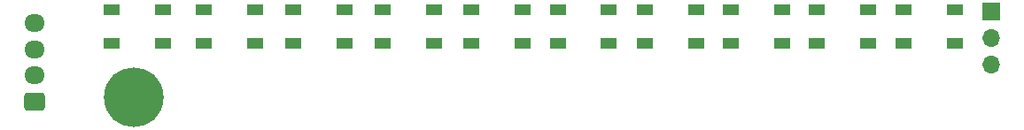
<source format=gbr>
%TF.GenerationSoftware,KiCad,Pcbnew,(6.0.6)*%
%TF.CreationDate,2023-01-13T16:31:05+05:30*%
%TF.ProjectId,ws2812-light,77733238-3132-42d6-9c69-6768742e6b69,rev?*%
%TF.SameCoordinates,Original*%
%TF.FileFunction,Soldermask,Top*%
%TF.FilePolarity,Negative*%
%FSLAX46Y46*%
G04 Gerber Fmt 4.6, Leading zero omitted, Abs format (unit mm)*
G04 Created by KiCad (PCBNEW (6.0.6)) date 2023-01-13 16:31:05*
%MOMM*%
%LPD*%
G01*
G04 APERTURE LIST*
G04 Aperture macros list*
%AMRoundRect*
0 Rectangle with rounded corners*
0 $1 Rounding radius*
0 $2 $3 $4 $5 $6 $7 $8 $9 X,Y pos of 4 corners*
0 Add a 4 corners polygon primitive as box body*
4,1,4,$2,$3,$4,$5,$6,$7,$8,$9,$2,$3,0*
0 Add four circle primitives for the rounded corners*
1,1,$1+$1,$2,$3*
1,1,$1+$1,$4,$5*
1,1,$1+$1,$6,$7*
1,1,$1+$1,$8,$9*
0 Add four rect primitives between the rounded corners*
20,1,$1+$1,$2,$3,$4,$5,0*
20,1,$1+$1,$4,$5,$6,$7,0*
20,1,$1+$1,$6,$7,$8,$9,0*
20,1,$1+$1,$8,$9,$2,$3,0*%
G04 Aperture macros list end*
%ADD10R,1.700000X1.700000*%
%ADD11O,1.700000X1.700000*%
%ADD12C,5.700000*%
%ADD13RoundRect,0.250000X0.725000X-0.600000X0.725000X0.600000X-0.725000X0.600000X-0.725000X-0.600000X0*%
%ADD14O,1.950000X1.700000*%
%ADD15R,1.500000X1.000000*%
G04 APERTURE END LIST*
D10*
%TO.C,J2*%
X169175000Y-111475000D03*
D11*
X169175000Y-114015000D03*
X169175000Y-116555000D03*
%TD*%
D12*
%TO.C,H1*%
X87200000Y-119675000D03*
%TD*%
D13*
%TO.C,J1*%
X77750000Y-120100000D03*
D14*
X77750000Y-117600000D03*
X77750000Y-115100000D03*
X77750000Y-112600000D03*
%TD*%
D15*
%TO.C,D10*%
X160800000Y-111325000D03*
X160800000Y-114525000D03*
X165700000Y-114525000D03*
X165700000Y-111325000D03*
%TD*%
%TO.C,D9*%
X152525000Y-111325000D03*
X152525000Y-114525000D03*
X157425000Y-114525000D03*
X157425000Y-111325000D03*
%TD*%
%TO.C,D8*%
X144275000Y-111325000D03*
X144275000Y-114525000D03*
X149175000Y-114525000D03*
X149175000Y-111325000D03*
%TD*%
%TO.C,D7*%
X136050000Y-111325000D03*
X136050000Y-114525000D03*
X140950000Y-114525000D03*
X140950000Y-111325000D03*
%TD*%
%TO.C,D6*%
X127750000Y-111325000D03*
X127750000Y-114525000D03*
X132650000Y-114525000D03*
X132650000Y-111325000D03*
%TD*%
%TO.C,D5*%
X119475000Y-111325000D03*
X119475000Y-114525000D03*
X124375000Y-114525000D03*
X124375000Y-111325000D03*
%TD*%
%TO.C,D4*%
X111025000Y-111325000D03*
X111025000Y-114525000D03*
X115925000Y-114525000D03*
X115925000Y-111325000D03*
%TD*%
%TO.C,D3*%
X102500000Y-111325000D03*
X102500000Y-114525000D03*
X107400000Y-114525000D03*
X107400000Y-111325000D03*
%TD*%
%TO.C,D2*%
X93900000Y-111325000D03*
X93900000Y-114525000D03*
X98800000Y-114525000D03*
X98800000Y-111325000D03*
%TD*%
%TO.C,D1*%
X85150000Y-111350000D03*
X85150000Y-114550000D03*
X90050000Y-114550000D03*
X90050000Y-111350000D03*
%TD*%
M02*

</source>
